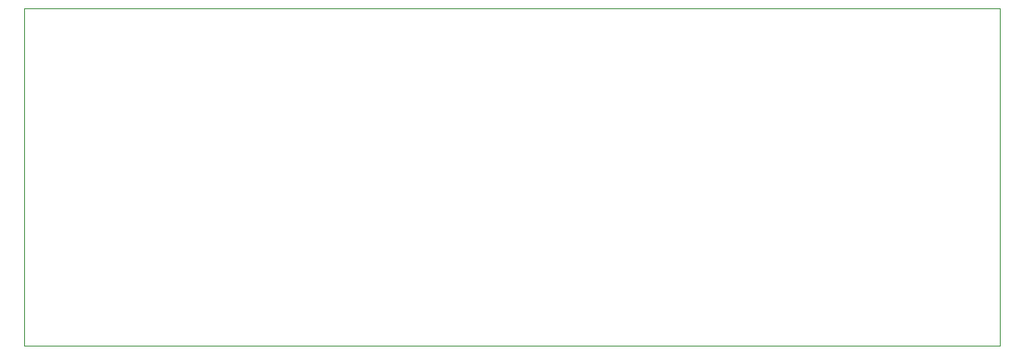
<source format=gbo>
G75*
%MOIN*%
%OFA0B0*%
%FSLAX24Y24*%
%IPPOS*%
%LPD*%
%AMOC8*
5,1,8,0,0,1.08239X$1,22.5*
%
%ADD10C,0.0000*%
D10*
X000100Y001819D02*
X000100Y015315D01*
X039120Y015315D01*
X039120Y001819D01*
X000100Y001819D01*
M02*

</source>
